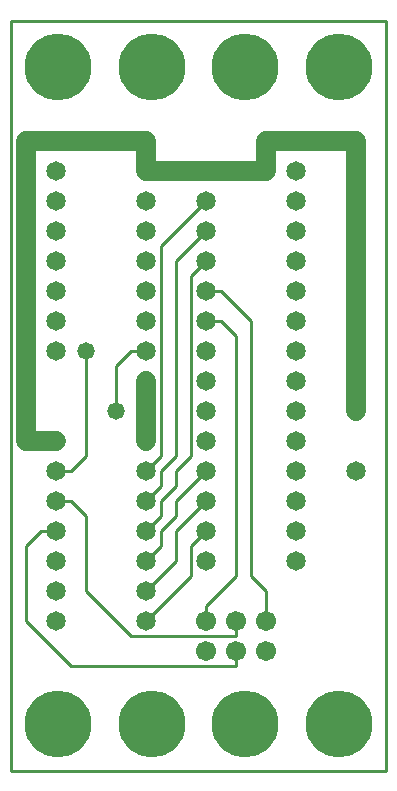
<source format=gbl>
%MOIN*%
%FSLAX25Y25*%
G04 D10 used for Character Trace; *
G04     Circle (OD=.01000) (No hole)*
G04 D11 used for Power Trace; *
G04     Circle (OD=.06700) (No hole)*
G04 D12 used for Signal Trace; *
G04     Circle (OD=.01100) (No hole)*
G04 D13 used for Via; *
G04     Circle (OD=.05800) (Round. Hole ID=.02800)*
G04 D14 used for Component hole; *
G04     Circle (OD=.06500) (Round. Hole ID=.03500)*
G04 D15 used for Component hole; *
G04     Circle (OD=.06700) (Round. Hole ID=.04300)*
G04 D16 used for Component hole; *
G04     Circle (OD=.08100) (Round. Hole ID=.05100)*
G04 D17 used for Component hole; *
G04     Circle (OD=.08900) (Round. Hole ID=.05900)*
G04 D18 used for Component hole; *
G04     Circle (OD=.11300) (Round. Hole ID=.08300)*
G04 D19 used for Component hole; *
G04     Circle (OD=.16000) (Round. Hole ID=.13000)*
G04 D20 used for Component hole; *
G04     Circle (OD=.18300) (Round. Hole ID=.15300)*
G04 D21 used for Component hole; *
G04     Circle (OD=.22291) (Round. Hole ID=.19291)*
%ADD10C,.01000*%
%ADD11C,.06700*%
%ADD12C,.01100*%
%ADD13C,.05800*%
%ADD14C,.06500*%
%ADD15C,.06700*%
%ADD16C,.08100*%
%ADD17C,.08900*%
%ADD18C,.11300*%
%ADD19C,.16000*%
%ADD20C,.18300*%
%ADD21C,.22291*%
%IPPOS*%
%LPD*%
G90*X0Y0D02*D21*X15625Y15625D03*D12*              
X20000Y35000D02*X75000D01*Y40000D01*D15*D03*D12*  
X40000Y45000D02*X75000D01*X40000D02*              
X25000Y60000D01*Y85000D01*X20000Y90000D01*        
X15000D01*D14*D03*D12*Y100000D02*X20000D01*D14*   
X15000D03*D12*X20000D02*X25000Y105000D01*         
Y140000D01*D13*D03*D14*X15000Y150000D03*D12*      
X35000Y120000D02*Y135000D01*D13*Y120000D03*D14*   
X45000Y110000D03*D11*Y130000D01*D14*D03*D12*      
X35000Y135000D02*X40000Y140000D01*X45000D01*D14*  
D03*Y150000D03*X65000Y120000D03*Y160000D03*D12*   
X70000D01*X80000Y150000D01*Y65000D01*             
X85000Y60000D01*Y50000D01*D15*D03*X75000D03*D12*  
Y45000D01*X65000Y50000D02*Y55000D01*D15*Y50000D03*
D12*Y55000D02*X75000Y65000D01*Y145000D01*         
X70000Y150000D01*X65000D01*D14*D03*Y140000D03*D12*
X60000Y105000D02*Y165000D01*X55000Y100000D02*     
X60000Y105000D01*X55000Y95000D02*Y100000D01*      
X50000Y90000D02*X55000Y95000D01*X50000Y85000D02*  
Y90000D01*X45000Y80000D02*X50000Y85000D01*D14*    
X45000Y80000D03*D12*Y70000D02*X50000Y75000D01*D14*
X45000Y70000D03*D12*X50000Y75000D02*Y80000D01*    
X55000Y85000D01*Y90000D01*X65000Y100000D01*D14*   
D03*D12*X50000D02*X55000Y105000D01*               
X50000Y95000D02*Y100000D01*X45000Y90000D02*       
X50000Y95000D01*D14*X45000Y90000D03*D12*          
X55000Y70000D02*Y80000D01*X45000Y60000D02*        
X55000Y70000D01*D14*X45000Y60000D03*Y50000D03*D12*
X60000Y65000D01*Y75000D01*X65000Y80000D01*D14*D03*
Y90000D03*D12*X55000Y80000D01*D14*X65000Y70000D03*
X45000Y100000D03*D12*X50000Y105000D01*Y175000D01* 
X65000Y190000D01*D14*D03*Y200000D03*D11*X45000D01*
D14*D03*D11*Y210000D01*X5000D01*Y110000D01*       
X15000D01*D14*D03*D12*X5000Y75000D02*             
X10000Y80000D01*X5000Y50000D02*Y75000D01*         
X20000Y35000D02*X5000Y50000D01*D14*X15000D03*D21* 
X46875Y15625D03*D14*X15000Y60000D03*D12*X0Y0D02*  
X125000D01*Y250000D01*X0D01*Y0D01*D15*            
X65000Y40000D03*D14*X15000Y70000D03*Y80000D03*D12*
X10000D01*X55000Y105000D02*Y170000D01*            
X65000Y180000D01*D14*D03*Y170000D03*D12*          
X60000Y165000D01*D14*X45000Y180000D03*Y170000D03* 
Y160000D03*Y190000D03*X95000Y130000D03*Y200000D03*
Y140000D03*D11*X65000Y200000D02*X85000D01*        
Y210000D01*X115000D01*Y120000D01*D14*D03*         
X95000Y100000D03*Y120000D03*X115000Y100000D03*    
X95000Y110000D03*Y90000D03*Y150000D03*Y80000D03*  
Y160000D03*Y70000D03*X65000Y130000D03*Y110000D03* 
X95000Y170000D03*Y180000D03*Y190000D03*D15*       
X85000Y40000D03*D14*X15000Y200000D03*Y190000D03*  
Y180000D03*Y170000D03*Y160000D03*Y140000D03*D21*  
X78125Y15625D03*X109375D03*Y234375D03*X78125D03*  
X46875D03*X15625D03*M02*                          

</source>
